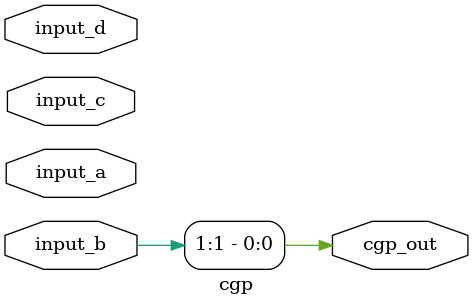
<source format=v>
module cgp(input [2:0] input_a, input [2:0] input_b, input [2:0] input_c, input [2:0] input_d, output [0:0] cgp_out);
  wire cgp_core_014;
  wire cgp_core_017;
  wire cgp_core_019;
  wire cgp_core_020;
  wire cgp_core_021;
  wire cgp_core_022;
  wire cgp_core_023;
  wire cgp_core_024;
  wire cgp_core_025;
  wire cgp_core_027;
  wire cgp_core_028;
  wire cgp_core_029;
  wire cgp_core_030;
  wire cgp_core_031;
  wire cgp_core_032;
  wire cgp_core_033_not;
  wire cgp_core_034;
  wire cgp_core_035;
  wire cgp_core_036;
  wire cgp_core_037;
  wire cgp_core_038;
  wire cgp_core_039;
  wire cgp_core_041;
  wire cgp_core_042;
  wire cgp_core_044;
  wire cgp_core_046;
  wire cgp_core_049_not;
  wire cgp_core_053;
  wire cgp_core_054_not;
  wire cgp_core_056;
  wire cgp_core_057;
  wire cgp_core_059;

  assign cgp_core_014 = input_c[2] ^ input_b[0];
  assign cgp_core_017 = ~(input_a[1] & input_b[1]);
  assign cgp_core_019 = input_a[1] & input_a[2];
  assign cgp_core_020 = cgp_core_017 | cgp_core_019;
  assign cgp_core_021 = input_a[2] ^ input_b[0];
  assign cgp_core_022 = input_c[0] & input_b[2];
  assign cgp_core_023 = cgp_core_021 & input_b[2];
  assign cgp_core_024 = cgp_core_021 & cgp_core_020;
  assign cgp_core_025 = cgp_core_022 & cgp_core_024;
  assign cgp_core_027 = input_c[0] & input_d[0];
  assign cgp_core_028 = input_c[1] ^ input_d[1];
  assign cgp_core_029 = ~(input_a[1] & input_d[1]);
  assign cgp_core_030 = cgp_core_028 ^ input_d[1];
  assign cgp_core_031 = input_a[2] & input_b[2];
  assign cgp_core_032 = cgp_core_029 | cgp_core_031;
  assign cgp_core_033_not = ~input_d[2];
  assign cgp_core_034 = input_c[2] & input_d[2];
  assign cgp_core_035 = cgp_core_033_not ^ cgp_core_032;
  assign cgp_core_036 = cgp_core_033_not & cgp_core_032;
  assign cgp_core_037 = input_a[2] | cgp_core_036;
  assign cgp_core_038 = ~cgp_core_037;
  assign cgp_core_039 = cgp_core_025 & cgp_core_038;
  assign cgp_core_041 = ~(input_b[2] ^ cgp_core_035);
  assign cgp_core_042 = input_a[0] & cgp_core_041;
  assign cgp_core_044 = ~(input_a[1] ^ input_b[2]);
  assign cgp_core_046 = ~cgp_core_030;
  assign cgp_core_049_not = ~cgp_core_030;
  assign cgp_core_053 = ~(cgp_core_014 & input_d[2]);
  assign cgp_core_054_not = ~cgp_core_014;
  assign cgp_core_056 = ~cgp_core_053;
  assign cgp_core_057 = cgp_core_039 | input_a[1];
  assign cgp_core_059 = ~(input_d[0] & input_a[1]);

  assign cgp_out[0] = input_b[1];
endmodule
</source>
